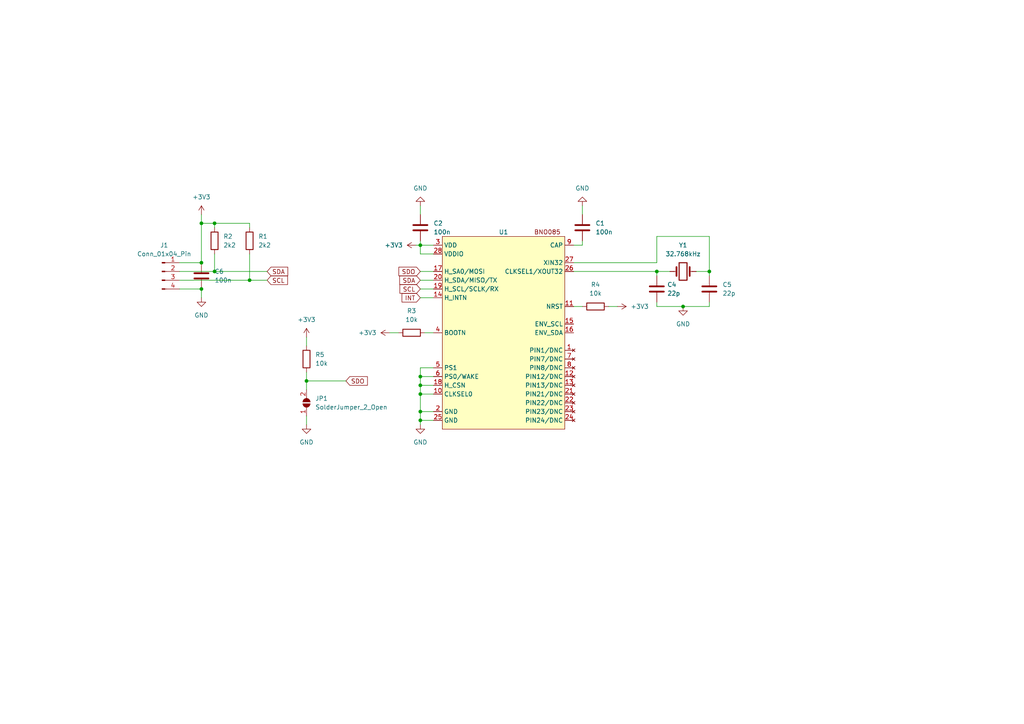
<source format=kicad_sch>
(kicad_sch (version 20230121) (generator eeschema)
  (paper "A4")
  (lib_symbols
    (symbol "Connector:Conn_01x04_Pin" (pin_names (offset 1.016) hide)
      (property "Reference" "J" (at 0 5.08 0))
      (property "Value" "Conn_01x04_Pin" (at 0 -7.62 0))
      (symbol "Conn_01x04_Pin_1_1"
        (polyline (pts (xy 1.27 -5.08) (xy 0.8636 -5.08)) (stroke (width 0.1524)))
        (polyline (pts (xy 1.27 -2.54) (xy 0.8636 -2.54)) (stroke (width 0.1524)))
        (polyline (pts (xy 1.27 0) (xy 0.8636 0)) (stroke (width 0.1524)))
        (polyline (pts (xy 1.27 2.54) (xy 0.8636 2.54)) (stroke (width 0.1524)))
        (rectangle (start 0.8636 -4.953) (end 0 -5.207) (stroke (width 0.1524)) (fill (type outline)))
        (rectangle (start 0.8636 -2.413) (end 0 -2.667) (stroke (width 0.1524)) (fill (type outline)))
        (rectangle (start 0.8636 0.127) (end 0 -0.127) (stroke (width 0.1524)) (fill (type outline)))
        (rectangle (start 0.8636 2.667) (end 0 2.413) (stroke (width 0.1524)) (fill (type outline)))
        (pin passive line (at 5.08 2.54 180) (length 3.81) (name "Pin_1") (number "1"))
        (pin passive line (at 5.08 0 180) (length 3.81) (name "Pin_2") (number "2"))
        (pin passive line (at 5.08 -2.54 180) (length 3.81) (name "Pin_3") (number "3"))
        (pin passive line (at 5.08 -5.08 180) (length 3.81) (name "Pin_4") (number "4"))
      )
    )
    (symbol "Device:C" (pin_numbers hide) (pin_names (offset 0.254))
      (property "Reference" "C" (at 0.635 2.54 0))
      (property "Value" "C" (at 0.635 -2.54 0))
      (symbol "C_0_1"
        (polyline (pts (xy -2.032 -0.762) (xy 2.032 -0.762)) (stroke (width 0.508)))
        (polyline (pts (xy -2.032 0.762) (xy 2.032 0.762)) (stroke (width 0.508)))
      )
      (symbol "C_1_1"
        (pin passive line (at 0 3.81 270) (length 2.794) (name "~") (number "1"))
        (pin passive line (at 0 -3.81 90) (length 2.794) (name "~") (number "2"))
      )
    )
    (symbol "Device:Crystal" (pin_numbers hide) (pin_names (offset 1.016) hide)
      (property "Reference" "Y" (at 0 3.81 0))
      (property "Value" "Crystal" (at 0 -3.81 0))
      (symbol "Crystal_0_1"
        (rectangle (start -1.143 2.54) (end 1.143 -2.54) (stroke (width 0.3048)))
        (polyline (pts (xy -2.54 0) (xy -1.905 0)))
        (polyline (pts (xy -1.905 -1.27) (xy -1.905 1.27)) (stroke (width 0.508)))
        (polyline (pts (xy 1.905 -1.27) (xy 1.905 1.27)) (stroke (width 0.508)))
        (polyline (pts (xy 2.54 0) (xy 1.905 0)))
      )
      (symbol "Crystal_1_1"
        (pin passive line (at -3.81 0 0) (length 1.27) (name "1") (number "1"))
        (pin passive line (at 3.81 0 180) (length 1.27) (name "2") (number "2"))
      )
    )
    (symbol "Device:R" (pin_numbers hide) (pin_names (offset 0))
      (property "Reference" "R" (at 2.032 0 90))
      (property "Value" "R" (at 0 0 90))
      (symbol "R_0_1"
        (rectangle (start -1.016 -2.54) (end 1.016 2.54) (stroke (width 0.254)))
      )
      (symbol "R_1_1"
        (pin passive line (at 0 3.81 270) (length 1.27) (name "~") (number "1"))
        (pin passive line (at 0 -3.81 90) (length 1.27) (name "~") (number "2"))
      )
    )
    (symbol "IMUs:BNO085"
      (property "Reference" "U" (at 0 27.94 0))
      (property "Footprint" "Package_LGA:LGA-28_5.2x3.8mm_P0.5mm" (at 0 -30.48 0) (show_name))
      (symbol "BNO085_1_1"
        (rectangle (start -17.78 26.67) (end 17.78 -29.21) (fill (type background)))
        (text "BNO085" (at 12.7 27.94 0) (effects (font (size 1.27 1.27))))
        (pin no_connect line (at 20.32 -6.35 180) (length 2.54) (name "PIN1/DNC") (number "1"))
        (pin input line (at -20.32 -19.05 0) (length 2.54) (name "CLKSEL0") (number "10"))
        (pin input line (at 20.32 6.35 180) (length 2.54) (name "NRST") (number "11"))
        (pin no_connect line (at 20.32 -13.97 180) (length 2.54) (name "PIN12/DNC") (number "12"))
        (pin no_connect line (at 20.32 -16.51 180) (length 2.54) (name "PIN13/DNC") (number "13"))
        (pin output line (at -20.32 8.89 0) (length 2.54) (name "H_INTN") (number "14"))
        (pin bidirectional line (at 20.32 1.27 180) (length 2.54) (name "ENV_SCL") (number "15"))
        (pin bidirectional line (at 20.32 -1.27 180) (length 2.54) (name "ENV_SDA") (number "16"))
        (pin input line (at -20.32 16.51 0) (length 2.54) (name "H_SA0/MOSI") (number "17"))
        (pin input line (at -20.32 -16.51 0) (length 2.54) (name "H_CSN") (number "18"))
        (pin bidirectional line (at -20.32 11.43 0) (length 2.54) (name "H_SCL/SCLK/RX") (number "19"))
        (pin power_in line (at -20.32 -24.13 0) (length 2.54) (name "GND") (number "2"))
        (pin bidirectional line (at -20.32 13.97 0) (length 2.54) (name "H_SDA/MISO/TX") (number "20"))
        (pin no_connect line (at 20.32 -19.05 180) (length 2.54) (name "PIN21/DNC") (number "21"))
        (pin no_connect line (at 20.32 -21.59 180) (length 2.54) (name "PIN22/DNC") (number "22"))
        (pin no_connect line (at 20.32 -24.13 180) (length 2.54) (name "PIN23/DNC") (number "23"))
        (pin no_connect line (at 20.32 -26.67 180) (length 2.54) (name "PIN24/DNC") (number "24"))
        (pin power_in line (at -20.32 -26.67 0) (length 2.54) (name "GND") (number "25"))
        (pin output line (at 20.32 16.51 180) (length 2.54) (name "CLKSEL1/XOUT32") (number "26"))
        (pin input line (at 20.32 19.05 180) (length 2.54) (name "XIN32") (number "27"))
        (pin power_in line (at -20.32 21.59 0) (length 2.54) (name "VDDIO") (number "28"))
        (pin power_in line (at -20.32 24.13 0) (length 2.54) (name "VDD") (number "3"))
        (pin input line (at -20.32 -1.27 0) (length 2.54) (name "BOOTN") (number "4"))
        (pin input line (at -20.32 -11.43 0) (length 2.54) (name "PS1") (number "5"))
        (pin input line (at -20.32 -13.97 0) (length 2.54) (name "PS0/WAKE") (number "6"))
        (pin no_connect line (at 20.32 -8.89 180) (length 2.54) (name "PIN7/DNC") (number "7"))
        (pin no_connect line (at 20.32 -11.43 180) (length 2.54) (name "PIN8/DNC") (number "8"))
        (pin input line (at 20.32 24.13 180) (length 2.54) (name "CAP") (number "9"))
      )
    )
    (symbol "Jumper:SolderJumper_2_Open" (pin_names (offset 0) hide)
      (property "Reference" "JP" (at 0 2.032 0))
      (property "Value" "SolderJumper_2_Open" (at 0 -2.54 0))
      (symbol "SolderJumper_2_Open_0_1"
        (arc (start -0.254 1.016) (mid -1.2656 0) (end -0.254 -1.016))
        (arc (start -0.254 1.016) (mid -1.2656 0) (end -0.254 -1.016) (fill (type outline)))
        (polyline (pts (xy -0.254 1.016) (xy -0.254 -1.016)))
        (polyline (pts (xy 0.254 1.016) (xy 0.254 -1.016)))
        (arc (start 0.254 -1.016) (mid 1.2656 0) (end 0.254 1.016))
        (arc (start 0.254 -1.016) (mid 1.2656 0) (end 0.254 1.016) (fill (type outline)))
      )
      (symbol "SolderJumper_2_Open_1_1"
        (pin passive line (at -3.81 0 0) (length 2.54) (name "A") (number "1"))
        (pin passive line (at 3.81 0 180) (length 2.54) (name "B") (number "2"))
      )
    )
    (symbol "power:+3V3" (power) (pin_names (offset 0))
      (property "Value" "+3V3" (at 0 3.556 0))
      (symbol "+3V3_0_1"
        (polyline (pts (xy -0.762 1.27) (xy 0 2.54)))
        (polyline (pts (xy 0 0) (xy 0 2.54)))
        (polyline (pts (xy 0 2.54) (xy 0.762 1.27)))
      )
      (symbol "+3V3_1_1"
        (pin power_in line (at 0 0 90) (length 0) hide (name "+3V3") (number "1"))
      )
    )
    (symbol "power:GND" (power) (pin_names (offset 0))
      (property "Value" "GND" (at 0 -3.81 0))
      (symbol "GND_0_1"
        (polyline (pts (xy 0 0) (xy 0 -1.27) (xy 1.27 -1.27) (xy 0 -2.54) (xy -1.27 -1.27) (xy 0 -1.27)))
      )
      (symbol "GND_1_1"
        (pin power_in line (at 0 0 270) (length 0) hide (name "GND") (number "1"))
      )
    )
  )
  (junction (at 121.92 119.38))
  (junction (at 72.39 81.28))
  (junction (at 198.12 88.9))
  (junction (at 121.92 114.3))
  (junction (at 121.92 71.12))
  (junction (at 58.42 83.82))
  (junction (at 62.23 78.74))
  (junction (at 121.92 109.22))
  (junction (at 88.9 110.49))
  (junction (at 205.74 78.74))
  (junction (at 58.42 64.77))
  (junction (at 62.23 64.77))
  (junction (at 58.42 76.2))
  (junction (at 121.92 121.92))
  (junction (at 121.92 111.76))
  (junction (at 190.5 78.74))
  (wire (pts (xy 121.92 111.76) (xy 125.73 111.76)))
  (wire (pts (xy 58.42 86.36) (xy 58.42 83.82)))
  (wire (pts (xy 58.42 76.2) (xy 58.42 64.77)))
  (wire (pts (xy 190.5 78.74) (xy 190.5 80.01)))
  (wire (pts (xy 201.93 78.74) (xy 205.74 78.74)))
  (wire (pts (xy 205.74 68.58) (xy 205.74 78.74)))
  (wire (pts (xy 121.92 81.28) (xy 125.73 81.28)))
  (wire (pts (xy 58.42 64.77) (xy 58.42 62.23)))
  (wire (pts (xy 72.39 81.28) (xy 52.07 81.28)))
  (wire (pts (xy 62.23 73.66) (xy 62.23 78.74)))
  (wire (pts (xy 205.74 78.74) (xy 205.74 80.01)))
  (wire (pts (xy 88.9 120.65) (xy 88.9 123.19)))
  (wire (pts (xy 198.12 88.9) (xy 205.74 88.9)))
  (wire (pts (xy 88.9 97.79) (xy 88.9 100.33)))
  (wire (pts (xy 205.74 88.9) (xy 205.74 87.63)))
  (wire (pts (xy 62.23 64.77) (xy 72.39 64.77)))
  (wire (pts (xy 121.92 121.92) (xy 125.73 121.92)))
  (wire (pts (xy 121.92 71.12) (xy 125.73 71.12)))
  (wire (pts (xy 190.5 76.2) (xy 190.5 68.58)))
  (wire (pts (xy 88.9 110.49) (xy 88.9 113.03)))
  (wire (pts (xy 72.39 81.28) (xy 77.47 81.28)))
  (wire (pts (xy 121.92 119.38) (xy 121.92 121.92)))
  (wire (pts (xy 58.42 83.82) (xy 52.07 83.82)))
  (wire (pts (xy 121.92 71.12) (xy 121.92 69.85)))
  (wire (pts (xy 113.03 96.52) (xy 115.57 96.52)))
  (wire (pts (xy 168.91 71.12) (xy 168.91 69.85)))
  (wire (pts (xy 166.37 71.12) (xy 168.91 71.12)))
  (wire (pts (xy 123.19 96.52) (xy 125.73 96.52)))
  (wire (pts (xy 62.23 78.74) (xy 77.47 78.74)))
  (wire (pts (xy 121.92 114.3) (xy 121.92 119.38)))
  (wire (pts (xy 121.92 59.69) (xy 121.92 62.23)))
  (wire (pts (xy 121.92 109.22) (xy 121.92 111.76)))
  (wire (pts (xy 121.92 109.22) (xy 125.73 109.22)))
  (wire (pts (xy 72.39 64.77) (xy 72.39 66.04)))
  (wire (pts (xy 125.73 119.38) (xy 121.92 119.38)))
  (wire (pts (xy 194.31 78.74) (xy 190.5 78.74)))
  (wire (pts (xy 121.92 86.36) (xy 125.73 86.36)))
  (wire (pts (xy 121.92 73.66) (xy 125.73 73.66)))
  (wire (pts (xy 58.42 64.77) (xy 62.23 64.77)))
  (wire (pts (xy 166.37 76.2) (xy 190.5 76.2)))
  (wire (pts (xy 88.9 110.49) (xy 100.33 110.49)))
  (wire (pts (xy 125.73 106.68) (xy 121.92 106.68)))
  (wire (pts (xy 62.23 64.77) (xy 62.23 66.04)))
  (wire (pts (xy 190.5 87.63) (xy 190.5 88.9)))
  (wire (pts (xy 166.37 88.9) (xy 168.91 88.9)))
  (wire (pts (xy 190.5 68.58) (xy 205.74 68.58)))
  (wire (pts (xy 190.5 88.9) (xy 198.12 88.9)))
  (wire (pts (xy 176.53 88.9) (xy 179.07 88.9)))
  (wire (pts (xy 121.92 78.74) (xy 125.73 78.74)))
  (wire (pts (xy 121.92 83.82) (xy 125.73 83.82)))
  (wire (pts (xy 62.23 78.74) (xy 52.07 78.74)))
  (wire (pts (xy 121.92 111.76) (xy 121.92 114.3)))
  (wire (pts (xy 121.92 121.92) (xy 121.92 123.19)))
  (wire (pts (xy 121.92 73.66) (xy 121.92 71.12)))
  (wire (pts (xy 121.92 114.3) (xy 125.73 114.3)))
  (wire (pts (xy 166.37 78.74) (xy 190.5 78.74)))
  (wire (pts (xy 120.65 71.12) (xy 121.92 71.12)))
  (wire (pts (xy 72.39 73.66) (xy 72.39 81.28)))
  (wire (pts (xy 168.91 59.69) (xy 168.91 62.23)))
  (wire (pts (xy 88.9 107.95) (xy 88.9 110.49)))
  (wire (pts (xy 121.92 106.68) (xy 121.92 109.22)))
  (wire (pts (xy 52.07 76.2) (xy 58.42 76.2)))
  (global_label "SDO" (shape input) (at 121.92 78.74 180) (property "Intersheetrefs" "${INTERSHEET_REFS}" (effects hide)))
  (global_label "SCL" (shape input) (at 121.92 83.82 180) (property "Intersheetrefs" "${INTERSHEET_REFS}" (effects hide)))
  (global_label "SDA" (shape input) (at 121.92 81.28 180) (property "Intersheetrefs" "${INTERSHEET_REFS}" (effects hide)))
  (global_label "SDA" (shape input) (at 77.47 78.74 0) (property "Intersheetrefs" "${INTERSHEET_REFS}" (effects hide)))
  (global_label "SCL" (shape input) (at 77.47 81.28 0) (property "Intersheetrefs" "${INTERSHEET_REFS}" (effects hide)))
  (global_label "SDO" (shape input) (at 100.33 110.49 0) (property "Intersheetrefs" "${INTERSHEET_REFS}" (effects hide)))
  (global_label "INT" (shape input) (at 121.92 86.36 180) (property "Intersheetrefs" "${INTERSHEET_REFS}" (effects hide)))
  (symbol (lib_id "power:+3V3") (at 88.9 97.79 0) (unit 1)
    (property "Reference" "#PWR04" (effects hide))
    (property "Value" "+3V3" (at 88.9 92.71 0))
  )
  (symbol (lib_id "Jumper:SolderJumper_2_Open") (at 88.9 116.84 90) (unit 1)
    (property "Reference" "JP1" (at 91.44 115.57 90) (effects (justify right)))
    (property "Value" "SolderJumper_2_Open" (at 91.44 118.11 90) (effects (justify right)))
    (property "Footprint" "Jumper:SolderJumper-2_P1.3mm_Open_Pad1.0x1.5mm" (effects hide))
  )
  (symbol (lib_id "Device:R") (at 172.72 88.9 270) (unit 1)
    (property "Reference" "R4" (at 172.72 82.55 90))
    (property "Value" "10k" (at 172.72 85.09 90))
    (property "Footprint" "Resistor_SMD:R_0603_1608Metric" (effects hide))
  )
  (symbol (lib_id "Device:R") (at 72.39 69.85 0) (unit 1)
    (property "Reference" "R1" (at 74.93 68.58 0) (effects (justify left)))
    (property "Value" "2k2" (at 74.93 71.12 0) (effects (justify left)))
    (property "Footprint" "Resistor_SMD:R_0603_1608Metric" (effects hide))
  )
  (symbol (lib_id "Device:C") (at 58.42 80.01 0) (unit 1)
    (property "Reference" "C6" (at 62.23 78.74 0) (effects (justify left)))
    (property "Value" "100n" (at 62.23 81.28 0) (effects (justify left)))
    (property "Footprint" "Capacitor_SMD:C_0603_1608Metric" (effects hide))
  )
  (symbol (lib_id "Device:C") (at 168.91 66.04 0) (unit 1)
    (property "Reference" "C1" (at 172.72 64.77 0) (effects (justify left)))
    (property "Value" "100n" (at 172.72 67.31 0) (effects (justify left)))
    (property "Footprint" "Capacitor_SMD:C_0603_1608Metric" (effects hide))
  )
  (symbol (lib_id "power:+3V3") (at 120.65 71.12 90) (unit 1)
    (property "Reference" "#PWR02" (effects hide))
    (property "Value" "+3V3" (at 116.84 71.12 90) (effects (justify left)))
  )
  (symbol (lib_id "power:+3V3") (at 58.42 62.23 0) (unit 1)
    (property "Reference" "#PWR011" (effects hide))
    (property "Value" "+3V3" (at 58.42 57.15 0))
  )
  (symbol (lib_id "Device:C") (at 205.74 83.82 0) (unit 1)
    (property "Reference" "C5" (at 209.55 82.55 0) (effects (justify left)))
    (property "Value" "22p" (at 209.55 85.09 0) (effects (justify left)))
    (property "Footprint" "Capacitor_SMD:C_0603_1608Metric" (effects hide))
  )
  (symbol (lib_id "Connector:Conn_01x04_Pin") (at 46.99 78.74 0) (unit 1)
    (property "Reference" "J1" (at 47.625 71.12 0))
    (property "Value" "Conn_01x04_Pin" (at 47.625 73.66 0))
    (property "Footprint" "Connector_JST:JST_SH_SM04B-SRSS-TB_1x04-1MP_P1.00mm_Horizontal" (effects hide))
  )
  (symbol (lib_id "power:GND") (at 88.9 123.19 0) (unit 1)
    (property "Reference" "#PWR013" (effects hide))
    (property "Value" "GND" (at 88.9 128.27 0))
  )
  (symbol (lib_id "IMUs:BNO085") (at 146.05 95.25 0) (unit 1)
    (property "Reference" "U1" (at 146.05 67.31 0))
    (property "Footprint" "Package_LGA:LGA-28_5.2x3.8mm_P0.5mm" (effects hide))
  )
  (symbol (lib_id "power:GND") (at 121.92 59.69 180) (unit 1)
    (property "Reference" "#PWR06" (effects hide))
    (property "Value" "GND" (at 121.92 54.61 0))
  )
  (symbol (lib_id "power:+3V3") (at 113.03 96.52 90) (unit 1)
    (property "Reference" "#PWR08" (effects hide))
    (property "Value" "+3V3" (at 109.22 96.52 90) (effects (justify left)))
  )
  (symbol (lib_id "Device:R") (at 88.9 104.14 0) (unit 1)
    (property "Reference" "R5" (at 91.44 102.87 0) (effects (justify left)))
    (property "Value" "10k" (at 91.44 105.41 0) (effects (justify left)))
    (property "Footprint" "Resistor_SMD:R_0603_1608Metric" (effects hide))
  )
  (symbol (lib_id "Device:C") (at 190.5 83.82 0) (unit 1)
    (property "Reference" "C4" (at 193.524 82.55 0) (effects (justify left)))
    (property "Value" "22p" (at 193.524 85.09 0) (effects (justify left)))
    (property "Footprint" "Capacitor_SMD:C_0603_1608Metric" (effects hide))
  )
  (symbol (lib_id "Device:Crystal") (at 198.12 78.74 0) (unit 1)
    (property "Reference" "Y1" (at 198.12 71.12 0))
    (property "Value" "32.768kHz" (at 198.12 73.66 0))
    (property "Footprint" "Crystal:Crystal_SMD_3215-2Pin_3.2x1.5mm" (effects hide))
  )
  (symbol (lib_id "power:GND") (at 121.92 123.19 0) (unit 1)
    (property "Reference" "#PWR03" (effects hide))
    (property "Value" "GND" (at 121.92 128.27 0))
  )
  (symbol (lib_id "power:GND") (at 198.12 88.9 0) (unit 1)
    (property "Reference" "#PWR010" (effects hide))
    (property "Value" "GND" (at 198.12 93.98 0))
  )
  (symbol (lib_id "Device:C") (at 121.92 66.04 0) (unit 1)
    (property "Reference" "C2" (at 125.73 64.77 0) (effects (justify left)))
    (property "Value" "100n" (at 125.73 67.31 0) (effects (justify left)))
    (property "Footprint" "Capacitor_SMD:C_0603_1608Metric" (effects hide))
  )
  (symbol (lib_id "power:GND") (at 168.91 59.69 180) (unit 1)
    (property "Reference" "#PWR01" (effects hide))
    (property "Value" "GND" (at 168.91 54.61 0))
  )
  (symbol (lib_id "power:+3V3") (at 179.07 88.9 270) (unit 1)
    (property "Reference" "#PWR09" (effects hide))
    (property "Value" "+3V3" (at 182.88 88.9 90) (effects (justify left)))
  )
  (symbol (lib_id "Device:R") (at 119.38 96.52 270) (unit 1)
    (property "Reference" "R3" (at 119.38 90.17 90))
    (property "Value" "10k" (at 119.38 92.71 90))
    (property "Footprint" "Resistor_SMD:R_0603_1608Metric" (effects hide))
  )
  (symbol (lib_id "Device:R") (at 62.23 69.85 0) (unit 1)
    (property "Reference" "R2" (at 64.77 68.58 0) (effects (justify left)))
    (property "Value" "2k2" (at 64.77 71.12 0) (effects (justify left)))
    (property "Footprint" "Resistor_SMD:R_0603_1608Metric" (effects hide))
  )
  (symbol (lib_id "power:GND") (at 58.42 86.36 0) (unit 1)
    (property "Reference" "#PWR012" (effects hide))
    (property "Value" "GND" (at 58.42 91.44 0))
  )
)
</source>
